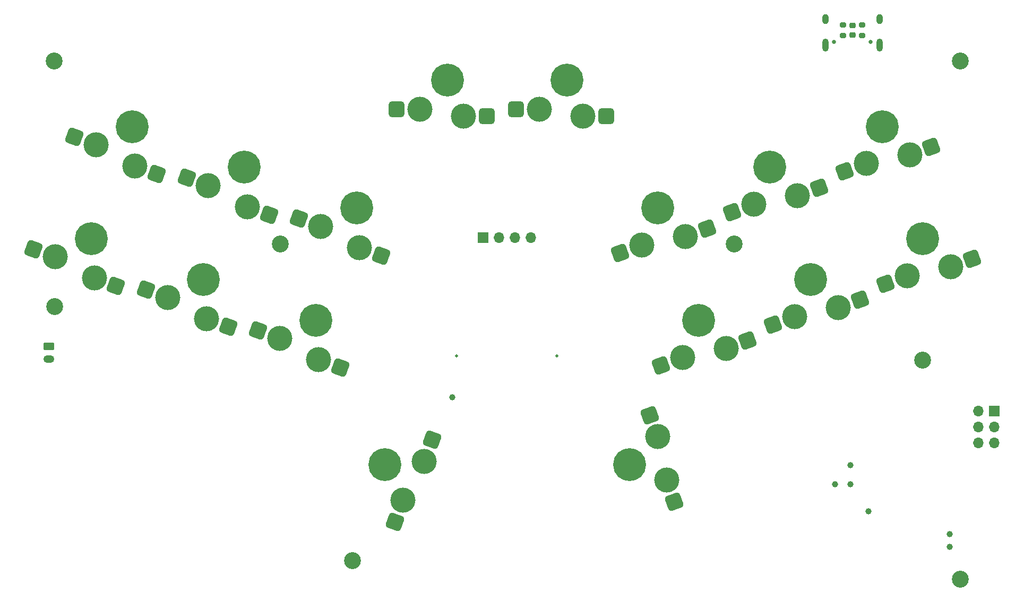
<source format=gbr>
%TF.GenerationSoftware,KiCad,Pcbnew,8.0.2-1*%
%TF.CreationDate,2024-05-28T17:04:48-06:00*%
%TF.ProjectId,magicfingers,6d616769-6366-4696-9e67-6572732e6b69,rev?*%
%TF.SameCoordinates,Original*%
%TF.FileFunction,Soldermask,Bot*%
%TF.FilePolarity,Negative*%
%FSLAX46Y46*%
G04 Gerber Fmt 4.6, Leading zero omitted, Abs format (unit mm)*
G04 Created by KiCad (PCBNEW 8.0.2-1) date 2024-05-28 17:04:48*
%MOMM*%
%LPD*%
G01*
G04 APERTURE LIST*
G04 Aperture macros list*
%AMRoundRect*
0 Rectangle with rounded corners*
0 $1 Rounding radius*
0 $2 $3 $4 $5 $6 $7 $8 $9 X,Y pos of 4 corners*
0 Add a 4 corners polygon primitive as box body*
4,1,4,$2,$3,$4,$5,$6,$7,$8,$9,$2,$3,0*
0 Add four circle primitives for the rounded corners*
1,1,$1+$1,$2,$3*
1,1,$1+$1,$4,$5*
1,1,$1+$1,$6,$7*
1,1,$1+$1,$8,$9*
0 Add four rect primitives between the rounded corners*
20,1,$1+$1,$2,$3,$4,$5,0*
20,1,$1+$1,$4,$5,$6,$7,0*
20,1,$1+$1,$6,$7,$8,$9,0*
20,1,$1+$1,$8,$9,$2,$3,0*%
G04 Aperture macros list end*
%ADD10C,2.700000*%
%ADD11C,5.250000*%
%ADD12RoundRect,0.500000X-0.439704X-0.984777X0.969835X-0.471747X0.439704X0.984777X-0.969835X0.471747X0*%
%ADD13C,4.000000*%
%ADD14C,1.000000*%
%ADD15RoundRect,0.500000X0.984777X-0.439704X0.471747X0.969835X-0.984777X0.439704X-0.471747X-0.969835X0*%
%ADD16C,0.500000*%
%ADD17RoundRect,0.500000X-0.969835X-0.471747X0.439704X-0.984777X0.969835X0.471747X-0.439704X0.984777X0*%
%ADD18RoundRect,0.500000X0.471747X-0.969835X0.984777X0.439704X-0.471747X0.969835X-0.984777X-0.439704X0*%
%ADD19C,0.650000*%
%ADD20O,1.000000X2.100000*%
%ADD21O,1.000000X1.600000*%
%ADD22R,1.700000X1.700000*%
%ADD23O,1.700000X1.700000*%
%ADD24RoundRect,0.500000X-0.750000X-0.775000X0.750000X-0.775000X0.750000X0.775000X-0.750000X0.775000X0*%
%ADD25RoundRect,0.225000X0.250000X-0.225000X0.250000X0.225000X-0.250000X0.225000X-0.250000X-0.225000X0*%
%ADD26RoundRect,0.200000X0.275000X-0.200000X0.275000X0.200000X-0.275000X0.200000X-0.275000X-0.200000X0*%
%ADD27RoundRect,0.250000X-0.625000X0.350000X-0.625000X-0.350000X0.625000X-0.350000X0.625000X0.350000X0*%
%ADD28O,1.750000X1.200000*%
%ADD29RoundRect,0.200000X-0.275000X0.200000X-0.275000X-0.200000X0.275000X-0.200000X0.275000X0.200000X0*%
G04 APERTURE END LIST*
D10*
%TO.C,REF\u002A\u002A*%
X211480400Y-78232000D03*
%TD*%
D11*
%TO.C,SW17*%
X199250042Y-72520394D03*
D12*
X193269519Y-79698762D03*
D13*
X196722889Y-78441838D03*
X203659859Y-77034374D03*
D12*
X207113229Y-75777450D03*
%TD*%
D10*
%TO.C,REF\u002A\u002A*%
X247500000Y-49000000D03*
%TD*%
D14*
%TO.C,TP8*%
X232918000Y-120904000D03*
%TD*%
D11*
%TO.C,SW16*%
X194765526Y-113421538D03*
D15*
X201943894Y-119402061D03*
D13*
X200686970Y-115948691D03*
X199279506Y-109011721D03*
D15*
X198022582Y-105558351D03*
%TD*%
D16*
%TO.C,U5*%
X167187000Y-96079000D03*
X183187000Y-96079000D03*
%TD*%
D11*
%TO.C,SW3*%
X133348703Y-66004681D03*
D17*
X124153190Y-67659424D03*
D13*
X127606561Y-68916348D03*
X133825288Y-72297166D03*
D17*
X137278658Y-73554090D03*
%TD*%
D11*
%TO.C,SW18*%
X205765526Y-90421538D03*
D12*
X199785003Y-97599906D03*
D13*
X203238373Y-96342982D03*
X210175343Y-94935518D03*
D12*
X213628713Y-93678594D03*
%TD*%
D10*
%TO.C,REF\u002A\u002A*%
X103090000Y-88250000D03*
%TD*%
%TO.C,REF\u002A\u002A*%
X150590000Y-128750000D03*
%TD*%
D11*
%TO.C,SW7*%
X155734333Y-113420858D03*
D18*
X157389076Y-122616371D03*
D13*
X158646000Y-119163000D03*
X162026818Y-112944273D03*
D18*
X163283742Y-109490903D03*
%TD*%
D11*
%TO.C,SW21*%
X235052331Y-59489426D03*
D12*
X229071808Y-66667794D03*
D13*
X232525178Y-65410870D03*
X239462148Y-64003406D03*
D12*
X242915518Y-62746482D03*
%TD*%
D11*
%TO.C,SW22*%
X241567815Y-77390571D03*
D12*
X235587292Y-84568939D03*
D13*
X239040662Y-83312015D03*
X245977632Y-81904551D03*
D12*
X249431002Y-80647627D03*
%TD*%
D19*
%TO.C,J1*%
X233210000Y-46000000D03*
X227430000Y-46000000D03*
D20*
X234640000Y-46530000D03*
D21*
X234640000Y-42350000D03*
D20*
X226000000Y-46530000D03*
D21*
X226000000Y-42350000D03*
%TD*%
D11*
%TO.C,SW4*%
X126833220Y-83905826D03*
D17*
X117637707Y-85560569D03*
D13*
X121091078Y-86817493D03*
X127309805Y-90198311D03*
D17*
X130763175Y-91455235D03*
%TD*%
D14*
%TO.C,TP9*%
X227584000Y-116586000D03*
%TD*%
D11*
%TO.C,SW1*%
X115447559Y-59489198D03*
D17*
X106252046Y-61143941D03*
D13*
X109705417Y-62400865D03*
X115924144Y-65781683D03*
D17*
X119377514Y-67038607D03*
%TD*%
D14*
%TO.C,TP2*%
X245872000Y-124561600D03*
%TD*%
%TO.C,TP6*%
X229971600Y-116586000D03*
%TD*%
D10*
%TO.C,REF\u002A\u002A*%
X241500000Y-96750000D03*
%TD*%
D14*
%TO.C,TP5*%
X166497000Y-102743000D03*
%TD*%
D11*
%TO.C,SW5*%
X151249848Y-72520165D03*
D17*
X142054335Y-74174908D03*
D13*
X145507706Y-75431832D03*
X151726433Y-78812650D03*
D17*
X155179803Y-80069574D03*
%TD*%
D22*
%TO.C,J4*%
X171450000Y-77216000D03*
D23*
X173990000Y-77216000D03*
X176530000Y-77216000D03*
X179070000Y-77216000D03*
%TD*%
D10*
%TO.C,REF\u002A\u002A*%
X139039600Y-78232000D03*
%TD*%
%TO.C,REF\u002A\u002A*%
X103000000Y-49000000D03*
%TD*%
D14*
%TO.C,TP1*%
X245872000Y-126593600D03*
%TD*%
D11*
%TO.C,SW8*%
X165724623Y-52050693D03*
D24*
X157649623Y-56750693D03*
D13*
X161324623Y-56750693D03*
X168324623Y-57800693D03*
D24*
X171999623Y-57800693D03*
%TD*%
D11*
%TO.C,SW15*%
X184774623Y-52050693D03*
D24*
X176699623Y-56750693D03*
D13*
X180374623Y-56750693D03*
X187374623Y-57800693D03*
D24*
X191049623Y-57800693D03*
%TD*%
D11*
%TO.C,SW6*%
X144734364Y-90421310D03*
D17*
X135538851Y-92076053D03*
D13*
X138992222Y-93332977D03*
X145210949Y-96713795D03*
D17*
X148664319Y-97970719D03*
%TD*%
D11*
%TO.C,SW19*%
X217151187Y-66004910D03*
D12*
X211170664Y-73183278D03*
D13*
X214624034Y-71926354D03*
X221561004Y-70518890D03*
D12*
X225014374Y-69261966D03*
%TD*%
D10*
%TO.C,REF\u002A\u002A*%
X247500000Y-131750000D03*
%TD*%
D14*
%TO.C,TP4*%
X229971600Y-113538000D03*
%TD*%
D11*
%TO.C,SW20*%
X223666670Y-83906055D03*
D12*
X217686147Y-91084423D03*
D13*
X221139517Y-89827499D03*
X228076487Y-88420035D03*
D12*
X231529857Y-87163111D03*
%TD*%
D11*
%TO.C,SW2*%
X108932075Y-77390342D03*
D17*
X99736562Y-79045085D03*
D13*
X103189933Y-80302009D03*
X109408660Y-83682827D03*
D17*
X112862030Y-84939751D03*
%TD*%
D22*
%TO.C,J2*%
X252989000Y-104902000D03*
D23*
X250449000Y-104902000D03*
X252989000Y-107442000D03*
X250449000Y-107442000D03*
X252989000Y-109982000D03*
X250449000Y-109982000D03*
%TD*%
D25*
%TO.C,C4*%
X230350000Y-44875000D03*
X230350000Y-43325000D03*
%TD*%
D26*
%TO.C,R4*%
X231850000Y-44925000D03*
X231850000Y-43275000D03*
%TD*%
D27*
%TO.C,J5*%
X102176000Y-94600000D03*
D28*
X102176000Y-96600000D03*
%TD*%
D29*
%TO.C,R5*%
X228850000Y-43275000D03*
X228850000Y-44925000D03*
%TD*%
M02*

</source>
